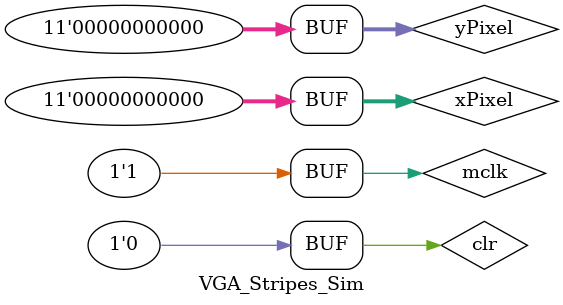
<source format=sv>
`timescale 1ns / 1ps
module VGA_Stripes_Sim( );
    logic mclk, clr;    // ½Ó¿Ú£º¼¤ÀøÐÅºÅ
    logic hSync, vSync; // ½Ó¿Ú£ºÊä³öÐÅºÅ
    logic [3:0] Red, Green, Blue;

    //¾Ö²¿±äÁ¿
    logic clk25MHz, displayOn;
    logic [10:0] xPixel, yPixel;
      
    always
    begin   // ²úÉúÊ±ÖÓÐÅºÅ
        mclk = 0; #5; mclk = 1; #5;
    end
    
    initial
    begin   // Ìá¹©³õÊ¼¼¤ÀøÐÅºÅ
        # 0; clr = 0;  #10; clr = 1;
        #10; clr = 0;  xPixel = 0;  yPixel = 0;      
    end
    
    // ÊµÀý»¯
    clkDiv C1(.clk(mclk), .clr(clr), .clk25MHz(clk25MHz));
    
    VGA640x480 V1(.clk(clk25MHz), .clr(clr),                // Input
                  .hSync(hSync), .vSync(vSync),             // Output ***
                  .xPixel(xPixel), .yPixel(yPixel),         // Output 
                  .displayOn(displayOn));                   // Output
        
    VGA_Stripes VS(.displayOn(displayOn), .xPixel(xPixel), .yPixel(yPixel), 
                   .red(Red), .green(Green), .blue(Blue) ); // Output ***
endmodule
</source>
